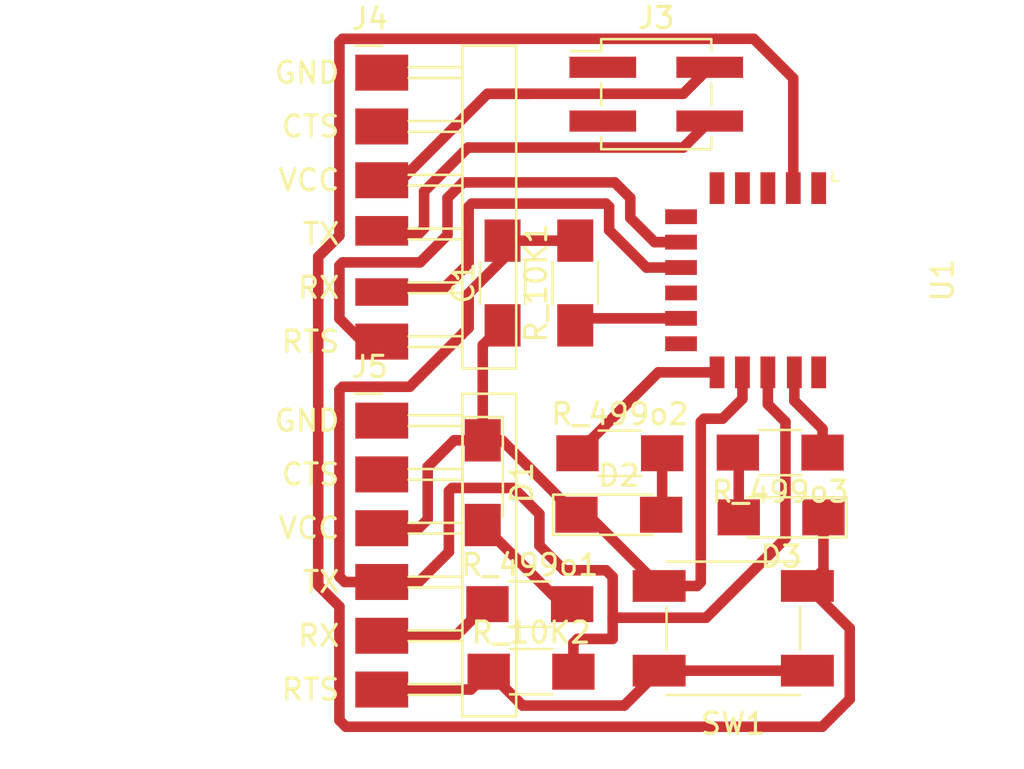
<source format=kicad_pcb>
(kicad_pcb (version 20171130) (host pcbnew "(5.1.12-1-10_14)")

  (general
    (thickness 1.6)
    (drawings 0)
    (tracks 124)
    (zones 0)
    (modules 14)
    (nets 29)
  )

  (page A4)
  (layers
    (0 F.Cu signal)
    (31 B.Cu signal)
    (32 B.Adhes user)
    (33 F.Adhes user)
    (34 B.Paste user)
    (35 F.Paste user)
    (36 B.SilkS user)
    (37 F.SilkS user)
    (38 B.Mask user)
    (39 F.Mask user)
    (40 Dwgs.User user)
    (41 Cmts.User user)
    (42 Eco1.User user)
    (43 Eco2.User user)
    (44 Edge.Cuts user)
    (45 Margin user)
    (46 B.CrtYd user)
    (47 F.CrtYd user)
    (48 B.Fab user)
    (49 F.Fab user)
  )

  (setup
    (last_trace_width 0.5)
    (trace_clearance 0.5)
    (zone_clearance 0.508)
    (zone_45_only no)
    (trace_min 0.2)
    (via_size 0.8)
    (via_drill 0.4)
    (via_min_size 0.4)
    (via_min_drill 0.3)
    (uvia_size 0.3)
    (uvia_drill 0.1)
    (uvias_allowed no)
    (uvia_min_size 0.2)
    (uvia_min_drill 0.1)
    (edge_width 0.05)
    (segment_width 0.2)
    (pcb_text_width 0.3)
    (pcb_text_size 1.5 1.5)
    (mod_edge_width 0.12)
    (mod_text_size 1 1)
    (mod_text_width 0.15)
    (pad_size 2.5 1.4)
    (pad_drill 0)
    (pad_to_mask_clearance 0)
    (aux_axis_origin 0 0)
    (visible_elements FFFFFF7F)
    (pcbplotparams
      (layerselection 0x010fc_ffffffff)
      (usegerberextensions false)
      (usegerberattributes true)
      (usegerberadvancedattributes true)
      (creategerberjobfile true)
      (excludeedgelayer true)
      (linewidth 0.100000)
      (plotframeref false)
      (viasonmask false)
      (mode 1)
      (useauxorigin false)
      (hpglpennumber 1)
      (hpglpenspeed 20)
      (hpglpendiameter 15.000000)
      (psnegative false)
      (psa4output false)
      (plotreference true)
      (plotvalue true)
      (plotinvisibletext false)
      (padsonsilk false)
      (subtractmaskfromsilk false)
      (outputformat 1)
      (mirror false)
      (drillshape 1)
      (scaleselection 1)
      (outputdirectory ""))
  )

  (net 0 "")
  (net 1 "Net-(D1-Pad2)")
  (net 2 GND)
  (net 3 /D09)
  (net 4 /D08)
  (net 5 "Net-(J3-Pad1)")
  (net 6 /D17)
  (net 7 "Net-(J3-Pad3)")
  (net 8 /D16)
  (net 9 /D10)
  (net 10 /D11)
  (net 11 /D18)
  (net 12 /D19)
  (net 13 +3V3)
  (net 14 /A07)
  (net 15 /A06)
  (net 16 "Net-(R_10K1-Pad1)")
  (net 17 "Net-(D2-Pad2)")
  (net 18 "Net-(D3-Pad2)")
  (net 19 "Net-(R_499o2-Pad1)")
  (net 20 "Net-(R_499o3-Pad1)")
  (net 21 "Net-(U1-Pad6)")
  (net 22 "Net-(U1-Pad9)")
  (net 23 "Net-(U1-Pad11)")
  (net 24 "Net-(U1-Pad5)")
  (net 25 "Net-(U1-Pad4)")
  (net 26 "Net-(U1-Pad3)")
  (net 27 "Net-(U1-Pad1)")
  (net 28 "Net-(U1-Pad16)")

  (net_class Default "This is the default net class."
    (clearance 0.5)
    (trace_width 0.5)
    (via_dia 0.8)
    (via_drill 0.4)
    (uvia_dia 0.3)
    (uvia_drill 0.1)
    (add_net +3V3)
    (add_net /A06)
    (add_net /A07)
    (add_net /D08)
    (add_net /D09)
    (add_net /D10)
    (add_net /D11)
    (add_net /D16)
    (add_net /D17)
    (add_net /D18)
    (add_net /D19)
    (add_net GND)
    (add_net "Net-(D1-Pad2)")
    (add_net "Net-(D2-Pad2)")
    (add_net "Net-(D3-Pad2)")
    (add_net "Net-(J3-Pad1)")
    (add_net "Net-(J3-Pad3)")
    (add_net "Net-(R_10K1-Pad1)")
    (add_net "Net-(R_499o2-Pad1)")
    (add_net "Net-(R_499o3-Pad1)")
    (add_net "Net-(U1-Pad1)")
    (add_net "Net-(U1-Pad11)")
    (add_net "Net-(U1-Pad16)")
    (add_net "Net-(U1-Pad3)")
    (add_net "Net-(U1-Pad4)")
    (add_net "Net-(U1-Pad5)")
    (add_net "Net-(U1-Pad6)")
    (add_net "Net-(U1-Pad9)")
  )

  (module fab:PinHeader_FTDI_01x06_P2.54mm_Horizontal_SMD (layer F.Cu) (tedit 619AD19C) (tstamp 61984909)
    (at 164.77488 48.00092)
    (descr https://s3.amazonaws.com/catalogspreads-pdf/PAGE112-113%20.100%20MALE%20HDR.pdf)
    (tags "horizontal pin header SMD 2.54mm")
    (path /61C385F9)
    (attr smd)
    (fp_text reference J4 (at -1.524 -2.54 180) (layer F.SilkS)
      (effects (font (size 1 1) (thickness 0.15)) (justify left))
    )
    (fp_text value Conn_PinHeader_FTDI_1x06_P2.54mm_Horizontal_SMD (at 2.286 15.621) (layer F.Fab)
      (effects (font (size 1 1) (thickness 0.15)))
    )
    (fp_text user %R (at 2.6 6.1 90) (layer F.Fab)
      (effects (font (size 1 1) (thickness 0.15)))
    )
    (fp_text user GND (at -1.905 0) (layer F.SilkS)
      (effects (font (size 1 1) (thickness 0.15)) (justify right))
    )
    (fp_text user CTS (at -1.905 2.54) (layer F.SilkS)
      (effects (font (size 1 1) (thickness 0.15)) (justify right))
    )
    (fp_text user VCC (at -1.905 5.08) (layer F.SilkS)
      (effects (font (size 1 1) (thickness 0.15)) (justify right))
    )
    (fp_text user TX (at -1.905 7.62) (layer F.SilkS)
      (effects (font (size 1 1) (thickness 0.15)) (justify right))
    )
    (fp_text user RX (at -1.905 10.16) (layer F.SilkS)
      (effects (font (size 1 1) (thickness 0.15)) (justify right))
    )
    (fp_text user RTS (at -1.905 12.7) (layer F.SilkS)
      (effects (font (size 1 1) (thickness 0.15)) (justify right))
    )
    (fp_line (start 6.4 -1.8) (end -1.8 -1.8) (layer F.CrtYd) (width 0.05))
    (fp_line (start 6.4 14.5) (end 6.4 -1.8) (layer F.CrtYd) (width 0.05))
    (fp_line (start -1.8 14.5) (end 6.4 14.5) (layer F.CrtYd) (width 0.05))
    (fp_line (start -1.8 -1.8) (end -1.8 14.5) (layer F.CrtYd) (width 0.05))
    (fp_line (start -1.27 -1.27) (end 0 -1.27) (layer F.SilkS) (width 0.12))
    (fp_line (start 3.8 13.97) (end 3.8 -1.27) (layer F.Fab) (width 0.1))
    (fp_line (start 3.8 -1.27) (end 6.34 -1.27) (layer F.Fab) (width 0.1))
    (fp_line (start 3.8 13.97) (end 6.35 13.97) (layer F.Fab) (width 0.1))
    (fp_line (start 6.34 -1.27) (end 6.35 13.97) (layer F.Fab) (width 0.1))
    (fp_line (start 3.81 0) (end -0.635 0) (layer F.Fab) (width 0.1))
    (fp_line (start 3.81 2.54) (end -0.635 2.54) (layer F.Fab) (width 0.1))
    (fp_line (start 3.81 5.08) (end -0.635 5.08) (layer F.Fab) (width 0.1))
    (fp_line (start 3.81 7.62) (end -0.635 7.62) (layer F.Fab) (width 0.1))
    (fp_line (start 3.81 10.16) (end -0.635 10.16) (layer F.Fab) (width 0.1))
    (fp_line (start 3.81 12.7) (end -0.635 12.7) (layer F.Fab) (width 0.1))
    (fp_line (start 3.81 -1.27) (end 6.35 -1.27) (layer F.SilkS) (width 0.12))
    (fp_line (start 6.35 -1.27) (end 6.35 13.97) (layer F.SilkS) (width 0.12))
    (fp_line (start 6.35 13.97) (end 3.81 13.97) (layer F.SilkS) (width 0.12))
    (fp_line (start 3.81 13.97) (end 3.81 -1.27) (layer F.SilkS) (width 0.12))
    (fp_line (start 3.81 -0.254) (end 1.27 -0.254) (layer F.SilkS) (width 0.12))
    (fp_line (start 3.81 0.254) (end 1.27 0.254) (layer F.SilkS) (width 0.12))
    (fp_line (start 3.81 2.286) (end 1.27 2.286) (layer F.SilkS) (width 0.12))
    (fp_line (start 3.81 2.794) (end 1.27 2.794) (layer F.SilkS) (width 0.12))
    (fp_line (start 3.81 4.826) (end 1.27 4.826) (layer F.SilkS) (width 0.12))
    (fp_line (start 3.81 5.334) (end 1.27 5.334) (layer F.SilkS) (width 0.12))
    (fp_line (start 3.81 7.366) (end 1.27 7.366) (layer F.SilkS) (width 0.12))
    (fp_line (start 3.81 7.874) (end 1.27 7.874) (layer F.SilkS) (width 0.12))
    (fp_line (start 3.81 9.906) (end 1.27 9.906) (layer F.SilkS) (width 0.12))
    (fp_line (start 3.81 10.414) (end 1.27 10.414) (layer F.SilkS) (width 0.12))
    (fp_line (start 3.81 12.446) (end 1.27 12.446) (layer F.SilkS) (width 0.12))
    (fp_line (start 3.81 12.954) (end 1.27 12.954) (layer F.SilkS) (width 0.12))
    (fp_line (start -0.635 -0.254) (end -0.635 0.254) (layer F.Fab) (width 0.1))
    (fp_line (start -0.635 2.286) (end -0.635 2.794) (layer F.Fab) (width 0.1))
    (fp_line (start -0.635 4.826) (end -0.635 5.334) (layer F.Fab) (width 0.1))
    (fp_line (start -0.635 7.366) (end -0.635 7.874) (layer F.Fab) (width 0.1))
    (fp_line (start -0.635 9.906) (end -0.635 10.414) (layer F.Fab) (width 0.1))
    (fp_line (start -0.635 12.446) (end -0.635 12.954) (layer F.Fab) (width 0.1))
    (pad 1 smd rect (at 0 0) (size 2.5 1.7) (layers F.Cu F.Paste F.Mask)
      (net 12 /D19))
    (pad 2 smd rect (at 0 2.54) (size 2.5 1.7) (layers F.Cu F.Paste F.Mask)
      (net 11 /D18))
    (pad 3 smd rect (at 0 5.08) (size 2.5 1.7) (layers F.Cu F.Paste F.Mask)
      (net 6 /D17))
    (pad 4 smd rect (at 0 7.62) (size 2.5 1.4) (drill (offset 0 -0.15)) (layers F.Cu F.Paste F.Mask)
      (net 8 /D16))
    (pad 5 smd rect (at 0 10.16) (size 2.5 1.3) (drill (offset 0 0.2)) (layers F.Cu F.Paste F.Mask)
      (net 10 /D11))
    (pad 6 smd rect (at 0 12.7) (size 2.5 1.7) (layers F.Cu F.Paste F.Mask)
      (net 9 /D10))
    (model ${FAB}/fab.3dshapes/Header_SMD_01x06_P2.54mm_Horizontal_Male.step
      (at (xyz 0 0 0))
      (scale (xyz 1 1 1))
      (rotate (xyz 0 0 0))
    )
  )

  (module fab:PinHeader_FTDI_01x06_P2.54mm_Horizontal_SMD (layer F.Cu) (tedit 60851AE4) (tstamp 6198493F)
    (at 164.77488 64.43472)
    (descr https://s3.amazonaws.com/catalogspreads-pdf/PAGE112-113%20.100%20MALE%20HDR.pdf)
    (tags "horizontal pin header SMD 2.54mm")
    (path /61C382E2)
    (attr smd)
    (fp_text reference J5 (at -1.524 -2.54 180) (layer F.SilkS)
      (effects (font (size 1 1) (thickness 0.15)) (justify left))
    )
    (fp_text value Conn_PinHeader_FTDI_1x06_P2.54mm_Horizontal_SMD (at 2.286 15.621) (layer F.Fab)
      (effects (font (size 1 1) (thickness 0.15)))
    )
    (fp_line (start 6.4 -1.8) (end -1.8 -1.8) (layer F.CrtYd) (width 0.05))
    (fp_line (start 6.4 14.5) (end 6.4 -1.8) (layer F.CrtYd) (width 0.05))
    (fp_line (start -1.8 14.5) (end 6.4 14.5) (layer F.CrtYd) (width 0.05))
    (fp_line (start -1.8 -1.8) (end -1.8 14.5) (layer F.CrtYd) (width 0.05))
    (fp_line (start -1.27 -1.27) (end 0 -1.27) (layer F.SilkS) (width 0.12))
    (fp_line (start 3.8 13.97) (end 3.8 -1.27) (layer F.Fab) (width 0.1))
    (fp_line (start 3.8 -1.27) (end 6.34 -1.27) (layer F.Fab) (width 0.1))
    (fp_line (start 3.8 13.97) (end 6.35 13.97) (layer F.Fab) (width 0.1))
    (fp_line (start 6.34 -1.27) (end 6.35 13.97) (layer F.Fab) (width 0.1))
    (fp_line (start 3.81 0) (end -0.635 0) (layer F.Fab) (width 0.1))
    (fp_line (start 3.81 2.54) (end -0.635 2.54) (layer F.Fab) (width 0.1))
    (fp_line (start 3.81 5.08) (end -0.635 5.08) (layer F.Fab) (width 0.1))
    (fp_line (start 3.81 7.62) (end -0.635 7.62) (layer F.Fab) (width 0.1))
    (fp_line (start 3.81 10.16) (end -0.635 10.16) (layer F.Fab) (width 0.1))
    (fp_line (start 3.81 12.7) (end -0.635 12.7) (layer F.Fab) (width 0.1))
    (fp_line (start 3.81 -1.27) (end 6.35 -1.27) (layer F.SilkS) (width 0.12))
    (fp_line (start 6.35 -1.27) (end 6.35 13.97) (layer F.SilkS) (width 0.12))
    (fp_line (start 6.35 13.97) (end 3.81 13.97) (layer F.SilkS) (width 0.12))
    (fp_line (start 3.81 13.97) (end 3.81 -1.27) (layer F.SilkS) (width 0.12))
    (fp_line (start 3.81 -0.254) (end 1.27 -0.254) (layer F.SilkS) (width 0.12))
    (fp_line (start 3.81 0.254) (end 1.27 0.254) (layer F.SilkS) (width 0.12))
    (fp_line (start 3.81 2.286) (end 1.27 2.286) (layer F.SilkS) (width 0.12))
    (fp_line (start 3.81 2.794) (end 1.27 2.794) (layer F.SilkS) (width 0.12))
    (fp_line (start 3.81 4.826) (end 1.27 4.826) (layer F.SilkS) (width 0.12))
    (fp_line (start 3.81 5.334) (end 1.27 5.334) (layer F.SilkS) (width 0.12))
    (fp_line (start 3.81 7.366) (end 1.27 7.366) (layer F.SilkS) (width 0.12))
    (fp_line (start 3.81 7.874) (end 1.27 7.874) (layer F.SilkS) (width 0.12))
    (fp_line (start 3.81 9.906) (end 1.27 9.906) (layer F.SilkS) (width 0.12))
    (fp_line (start 3.81 10.414) (end 1.27 10.414) (layer F.SilkS) (width 0.12))
    (fp_line (start 3.81 12.446) (end 1.27 12.446) (layer F.SilkS) (width 0.12))
    (fp_line (start 3.81 12.954) (end 1.27 12.954) (layer F.SilkS) (width 0.12))
    (fp_line (start -0.635 -0.254) (end -0.635 0.254) (layer F.Fab) (width 0.1))
    (fp_line (start -0.635 2.286) (end -0.635 2.794) (layer F.Fab) (width 0.1))
    (fp_line (start -0.635 4.826) (end -0.635 5.334) (layer F.Fab) (width 0.1))
    (fp_line (start -0.635 7.366) (end -0.635 7.874) (layer F.Fab) (width 0.1))
    (fp_line (start -0.635 9.906) (end -0.635 10.414) (layer F.Fab) (width 0.1))
    (fp_line (start -0.635 12.446) (end -0.635 12.954) (layer F.Fab) (width 0.1))
    (fp_text user %R (at 2.6 6.1 90) (layer F.Fab)
      (effects (font (size 1 1) (thickness 0.15)))
    )
    (fp_text user GND (at -1.905 0) (layer F.SilkS)
      (effects (font (size 1 1) (thickness 0.15)) (justify right))
    )
    (fp_text user CTS (at -1.905 2.54) (layer F.SilkS)
      (effects (font (size 1 1) (thickness 0.15)) (justify right))
    )
    (fp_text user VCC (at -1.905 5.08) (layer F.SilkS)
      (effects (font (size 1 1) (thickness 0.15)) (justify right))
    )
    (fp_text user TX (at -1.905 7.62) (layer F.SilkS)
      (effects (font (size 1 1) (thickness 0.15)) (justify right))
    )
    (fp_text user RX (at -1.905 10.16) (layer F.SilkS)
      (effects (font (size 1 1) (thickness 0.15)) (justify right))
    )
    (fp_text user RTS (at -1.905 12.7) (layer F.SilkS)
      (effects (font (size 1 1) (thickness 0.15)) (justify right))
    )
    (pad 1 smd rect (at 0 0) (size 2.5 1.7) (layers F.Cu F.Paste F.Mask)
      (net 3 /D09))
    (pad 2 smd rect (at 0 2.54) (size 2.5 1.7) (layers F.Cu F.Paste F.Mask)
      (net 4 /D08))
    (pad 3 smd rect (at 0 5.08) (size 2.5 1.7) (layers F.Cu F.Paste F.Mask)
      (net 2 GND))
    (pad 4 smd rect (at 0 7.62) (size 2.5 1.7) (layers F.Cu F.Paste F.Mask)
      (net 13 +3V3))
    (pad 5 smd rect (at 0 10.16) (size 2.5 1.7) (layers F.Cu F.Paste F.Mask)
      (net 14 /A07))
    (pad 6 smd rect (at 0 12.7) (size 2.5 1.7) (layers F.Cu F.Paste F.Mask)
      (net 15 /A06))
    (model ${FAB}/fab.3dshapes/Header_SMD_01x06_P2.54mm_Horizontal_Male.step
      (at (xyz 0 0 0))
      (scale (xyz 1 1 1))
      (rotate (xyz 0 0 0))
    )
  )

  (module fab:C_1206 (layer F.Cu) (tedit 6002C54C) (tstamp 6198486D)
    (at 170.47972 57.93384 90)
    (descr "Capacitor SMD 1206, hand soldering")
    (tags "capacitor 1206")
    (path /61C840AD)
    (attr smd)
    (fp_text reference C1 (at 0 -1.85 90) (layer F.SilkS)
      (effects (font (size 1 1) (thickness 0.15)))
    )
    (fp_text value C (at 0 1.9 90) (layer F.Fab)
      (effects (font (size 1 1) (thickness 0.15)))
    )
    (fp_line (start -1.6 0.8) (end -1.6 -0.8) (layer F.Fab) (width 0.1))
    (fp_line (start 1.6 0.8) (end -1.6 0.8) (layer F.Fab) (width 0.1))
    (fp_line (start 1.6 -0.8) (end 1.6 0.8) (layer F.Fab) (width 0.1))
    (fp_line (start -1.6 -0.8) (end 1.6 -0.8) (layer F.Fab) (width 0.1))
    (fp_line (start 1 1.07) (end -1 1.07) (layer F.SilkS) (width 0.12))
    (fp_line (start -1 -1.07) (end 1 -1.07) (layer F.SilkS) (width 0.12))
    (fp_line (start -3.25 -1.11) (end 3.25 -1.11) (layer F.CrtYd) (width 0.05))
    (fp_line (start -3.25 -1.11) (end -3.25 1.1) (layer F.CrtYd) (width 0.05))
    (fp_line (start 3.25 1.1) (end 3.25 -1.11) (layer F.CrtYd) (width 0.05))
    (fp_line (start 3.25 1.1) (end -3.25 1.1) (layer F.CrtYd) (width 0.05))
    (fp_text user %R (at 0 0 90) (layer F.Fab)
      (effects (font (size 0.7 0.7) (thickness 0.105)))
    )
    (pad 2 smd rect (at 2 0 90) (size 2 1.7) (layers F.Cu F.Paste F.Mask)
      (net 13 +3V3))
    (pad 1 smd rect (at -2 0 90) (size 2 1.7) (layers F.Cu F.Paste F.Mask)
      (net 2 GND))
    (model ${FAB}/fab.3dshapes/C_1206.step
      (at (xyz 0 0 0))
      (scale (xyz 1 1 1))
      (rotate (xyz 0 0 0))
    )
  )

  (module fab:LED_1206 (layer F.Cu) (tedit 595FC724) (tstamp 61985726)
    (at 169.545 67.36436 270)
    (descr "LED SMD 1206, hand soldering")
    (tags "LED 1206")
    (path /61C3EF89)
    (attr smd)
    (fp_text reference D1 (at 0 -1.85 90) (layer F.SilkS)
      (effects (font (size 1 1) (thickness 0.15)))
    )
    (fp_text value LED (at 0 1.9 90) (layer F.Fab)
      (effects (font (size 1 1) (thickness 0.15)))
    )
    (fp_line (start 3.25 1.1) (end -3.25 1.1) (layer F.CrtYd) (width 0.05))
    (fp_line (start 3.25 1.1) (end 3.25 -1.11) (layer F.CrtYd) (width 0.05))
    (fp_line (start -3.25 -1.11) (end -3.25 1.1) (layer F.CrtYd) (width 0.05))
    (fp_line (start -3.25 -1.11) (end 3.25 -1.11) (layer F.CrtYd) (width 0.05))
    (fp_line (start -3.1 -0.95) (end 1.6 -0.95) (layer F.SilkS) (width 0.12))
    (fp_line (start -3.1 0.95) (end 1.6 0.95) (layer F.SilkS) (width 0.12))
    (fp_line (start -1.6 -0.8) (end 1.6 -0.8) (layer F.Fab) (width 0.1))
    (fp_line (start 1.6 -0.8) (end 1.6 0.8) (layer F.Fab) (width 0.1))
    (fp_line (start 1.6 0.8) (end -1.6 0.8) (layer F.Fab) (width 0.1))
    (fp_line (start -1.6 0.8) (end -1.6 -0.8) (layer F.Fab) (width 0.1))
    (fp_line (start -0.45 -0.4) (end -0.45 0.4) (layer F.Fab) (width 0.1))
    (fp_line (start 0.2 0.4) (end -0.4 0) (layer F.Fab) (width 0.1))
    (fp_line (start 0.2 -0.4) (end 0.2 0.4) (layer F.Fab) (width 0.1))
    (fp_line (start -0.4 0) (end 0.2 -0.4) (layer F.Fab) (width 0.1))
    (fp_line (start -3.1 -0.95) (end -3.1 0.95) (layer F.SilkS) (width 0.12))
    (pad 2 smd rect (at 2 0 270) (size 2 1.7) (layers F.Cu F.Paste F.Mask)
      (net 1 "Net-(D1-Pad2)"))
    (pad 1 smd rect (at -2 0 270) (size 2 1.7) (layers F.Cu F.Paste F.Mask)
      (net 2 GND))
    (model ${KISYS3DMOD}/LEDs.3dshapes/LED_1206.wrl
      (at (xyz 0 0 0))
      (scale (xyz 1 1 1))
      (rotate (xyz 0 0 180))
    )
  )

  (module fab:LED_1206 (layer F.Cu) (tedit 595FC724) (tstamp 61984897)
    (at 175.96968 68.87972)
    (descr "LED SMD 1206, hand soldering")
    (tags "LED 1206")
    (path /61C67480)
    (attr smd)
    (fp_text reference D2 (at 0 -1.85) (layer F.SilkS)
      (effects (font (size 1 1) (thickness 0.15)))
    )
    (fp_text value LED (at 0 1.9) (layer F.Fab)
      (effects (font (size 1 1) (thickness 0.15)))
    )
    (fp_line (start -3.1 -0.95) (end -3.1 0.95) (layer F.SilkS) (width 0.12))
    (fp_line (start -0.4 0) (end 0.2 -0.4) (layer F.Fab) (width 0.1))
    (fp_line (start 0.2 -0.4) (end 0.2 0.4) (layer F.Fab) (width 0.1))
    (fp_line (start 0.2 0.4) (end -0.4 0) (layer F.Fab) (width 0.1))
    (fp_line (start -0.45 -0.4) (end -0.45 0.4) (layer F.Fab) (width 0.1))
    (fp_line (start -1.6 0.8) (end -1.6 -0.8) (layer F.Fab) (width 0.1))
    (fp_line (start 1.6 0.8) (end -1.6 0.8) (layer F.Fab) (width 0.1))
    (fp_line (start 1.6 -0.8) (end 1.6 0.8) (layer F.Fab) (width 0.1))
    (fp_line (start -1.6 -0.8) (end 1.6 -0.8) (layer F.Fab) (width 0.1))
    (fp_line (start -3.1 0.95) (end 1.6 0.95) (layer F.SilkS) (width 0.12))
    (fp_line (start -3.1 -0.95) (end 1.6 -0.95) (layer F.SilkS) (width 0.12))
    (fp_line (start -3.25 -1.11) (end 3.25 -1.11) (layer F.CrtYd) (width 0.05))
    (fp_line (start -3.25 -1.11) (end -3.25 1.1) (layer F.CrtYd) (width 0.05))
    (fp_line (start 3.25 1.1) (end 3.25 -1.11) (layer F.CrtYd) (width 0.05))
    (fp_line (start 3.25 1.1) (end -3.25 1.1) (layer F.CrtYd) (width 0.05))
    (pad 1 smd rect (at -2 0) (size 2 1.7) (layers F.Cu F.Paste F.Mask)
      (net 2 GND))
    (pad 2 smd rect (at 2 0) (size 2 1.7) (layers F.Cu F.Paste F.Mask)
      (net 17 "Net-(D2-Pad2)"))
    (model ${KISYS3DMOD}/LEDs.3dshapes/LED_1206.wrl
      (at (xyz 0 0 0))
      (scale (xyz 1 1 1))
      (rotate (xyz 0 0 180))
    )
  )

  (module fab:LED_1206 (layer F.Cu) (tedit 595FC724) (tstamp 619848AC)
    (at 183.6354 69.00164 180)
    (descr "LED SMD 1206, hand soldering")
    (tags "LED 1206")
    (path /61C689DE)
    (attr smd)
    (fp_text reference D3 (at 0 -1.85) (layer F.SilkS)
      (effects (font (size 1 1) (thickness 0.15)))
    )
    (fp_text value LED (at 0 1.9) (layer F.Fab)
      (effects (font (size 1 1) (thickness 0.15)))
    )
    (fp_line (start 3.25 1.1) (end -3.25 1.1) (layer F.CrtYd) (width 0.05))
    (fp_line (start 3.25 1.1) (end 3.25 -1.11) (layer F.CrtYd) (width 0.05))
    (fp_line (start -3.25 -1.11) (end -3.25 1.1) (layer F.CrtYd) (width 0.05))
    (fp_line (start -3.25 -1.11) (end 3.25 -1.11) (layer F.CrtYd) (width 0.05))
    (fp_line (start -3.1 -0.95) (end 1.6 -0.95) (layer F.SilkS) (width 0.12))
    (fp_line (start -3.1 0.95) (end 1.6 0.95) (layer F.SilkS) (width 0.12))
    (fp_line (start -1.6 -0.8) (end 1.6 -0.8) (layer F.Fab) (width 0.1))
    (fp_line (start 1.6 -0.8) (end 1.6 0.8) (layer F.Fab) (width 0.1))
    (fp_line (start 1.6 0.8) (end -1.6 0.8) (layer F.Fab) (width 0.1))
    (fp_line (start -1.6 0.8) (end -1.6 -0.8) (layer F.Fab) (width 0.1))
    (fp_line (start -0.45 -0.4) (end -0.45 0.4) (layer F.Fab) (width 0.1))
    (fp_line (start 0.2 0.4) (end -0.4 0) (layer F.Fab) (width 0.1))
    (fp_line (start 0.2 -0.4) (end 0.2 0.4) (layer F.Fab) (width 0.1))
    (fp_line (start -0.4 0) (end 0.2 -0.4) (layer F.Fab) (width 0.1))
    (fp_line (start -3.1 -0.95) (end -3.1 0.95) (layer F.SilkS) (width 0.12))
    (pad 2 smd rect (at 2 0 180) (size 2 1.7) (layers F.Cu F.Paste F.Mask)
      (net 18 "Net-(D3-Pad2)"))
    (pad 1 smd rect (at -2 0 180) (size 2 1.7) (layers F.Cu F.Paste F.Mask)
      (net 2 GND))
    (model ${KISYS3DMOD}/LEDs.3dshapes/LED_1206.wrl
      (at (xyz 0 0 0))
      (scale (xyz 1 1 1))
      (rotate (xyz 0 0 180))
    )
  )

  (module fab:PinHeader_2x02_P2.54mm_Vertical_SMD (layer F.Cu) (tedit 608517CB) (tstamp 619848D3)
    (at 177.73904 49.01692)
    (descr "surface-mounted straight pin header, 2x02, 2.54mm pitch, double rows")
    (tags "Surface mounted pin header SMD 2x02 2.54mm double row")
    (path /61C3D759)
    (attr smd)
    (fp_text reference J3 (at 0 -3.6) (layer F.SilkS)
      (effects (font (size 1 1) (thickness 0.15)))
    )
    (fp_text value Conn_PinHeader_2x02_P2.54mm_Vertical_SMD (at 0 3.6) (layer F.Fab)
      (effects (font (size 1 1) (thickness 0.15)))
    )
    (fp_line (start 5.9 -3.05) (end -5.9 -3.05) (layer F.CrtYd) (width 0.05))
    (fp_line (start 5.9 3.05) (end 5.9 -3.05) (layer F.CrtYd) (width 0.05))
    (fp_line (start -5.9 3.05) (end 5.9 3.05) (layer F.CrtYd) (width 0.05))
    (fp_line (start -5.9 -3.05) (end -5.9 3.05) (layer F.CrtYd) (width 0.05))
    (fp_line (start 2.6 -0.51) (end 2.6 0.51) (layer F.SilkS) (width 0.12))
    (fp_line (start -2.6 -0.51) (end -2.6 0.51) (layer F.SilkS) (width 0.12))
    (fp_line (start 2.6 2.03) (end 2.6 2.6) (layer F.SilkS) (width 0.12))
    (fp_line (start -2.6 2.03) (end -2.6 2.6) (layer F.SilkS) (width 0.12))
    (fp_line (start 2.6 -2.6) (end 2.6 -2.03) (layer F.SilkS) (width 0.12))
    (fp_line (start -2.6 -2.6) (end -2.6 -2.03) (layer F.SilkS) (width 0.12))
    (fp_line (start -4.04 -2.03) (end -2.6 -2.03) (layer F.SilkS) (width 0.12))
    (fp_line (start -2.6 2.6) (end 2.6 2.6) (layer F.SilkS) (width 0.12))
    (fp_line (start -2.6 -2.6) (end 2.6 -2.6) (layer F.SilkS) (width 0.12))
    (fp_line (start 3.6 1.59) (end 2.54 1.59) (layer F.Fab) (width 0.1))
    (fp_line (start 3.6 0.95) (end 3.6 1.59) (layer F.Fab) (width 0.1))
    (fp_line (start 2.54 0.95) (end 3.6 0.95) (layer F.Fab) (width 0.1))
    (fp_line (start -3.6 1.59) (end -2.54 1.59) (layer F.Fab) (width 0.1))
    (fp_line (start -3.6 0.95) (end -3.6 1.59) (layer F.Fab) (width 0.1))
    (fp_line (start -2.54 0.95) (end -3.6 0.95) (layer F.Fab) (width 0.1))
    (fp_line (start 3.6 -0.95) (end 2.54 -0.95) (layer F.Fab) (width 0.1))
    (fp_line (start 3.6 -1.59) (end 3.6 -0.95) (layer F.Fab) (width 0.1))
    (fp_line (start 2.54 -1.59) (end 3.6 -1.59) (layer F.Fab) (width 0.1))
    (fp_line (start -3.6 -0.95) (end -2.54 -0.95) (layer F.Fab) (width 0.1))
    (fp_line (start -3.6 -1.59) (end -3.6 -0.95) (layer F.Fab) (width 0.1))
    (fp_line (start -2.54 -1.59) (end -3.6 -1.59) (layer F.Fab) (width 0.1))
    (fp_line (start 2.54 -2.54) (end 2.54 2.54) (layer F.Fab) (width 0.1))
    (fp_line (start -2.54 -1.59) (end -1.59 -2.54) (layer F.Fab) (width 0.1))
    (fp_line (start -2.54 2.54) (end -2.54 -1.59) (layer F.Fab) (width 0.1))
    (fp_line (start -1.59 -2.54) (end 2.54 -2.54) (layer F.Fab) (width 0.1))
    (fp_line (start 2.54 2.54) (end -2.54 2.54) (layer F.Fab) (width 0.1))
    (fp_text user %R (at 0 0 90) (layer F.Fab)
      (effects (font (size 1 1) (thickness 0.15)))
    )
    (pad 1 smd rect (at -2.525 -1.27) (size 3.15 1) (layers F.Cu F.Paste F.Mask)
      (net 5 "Net-(J3-Pad1)"))
    (pad 2 smd rect (at 2.525 -1.27) (size 3.15 1) (layers F.Cu F.Paste F.Mask)
      (net 6 /D17))
    (pad 3 smd rect (at -2.525 1.27) (size 3.15 1) (layers F.Cu F.Paste F.Mask)
      (net 7 "Net-(J3-Pad3)"))
    (pad 4 smd rect (at 2.525 1.27) (size 3.15 1) (layers F.Cu F.Paste F.Mask)
      (net 8 /D16))
    (model ${KISYS3DMOD}/Connector_PinHeader_2.54mm.3dshapes/PinHeader_2x02_P2.54mm_Vertical_SMD.wrl
      (at (xyz 0 0 0))
      (scale (xyz 1 1 1))
      (rotate (xyz 0 0 0))
    )
  )

  (module fab:R_1206 (layer F.Cu) (tedit 60020482) (tstamp 619859AA)
    (at 173.9138 57.93384 90)
    (descr "Resistor SMD 1206, hand soldering")
    (tags "resistor 1206")
    (path /61C3B59B)
    (attr smd)
    (fp_text reference R_10K1 (at 0 -1.85 90) (layer F.SilkS)
      (effects (font (size 1 1) (thickness 0.15)))
    )
    (fp_text value R (at 0 1.9 90) (layer F.Fab)
      (effects (font (size 1 1) (thickness 0.15)))
    )
    (fp_line (start -1.6 0.8) (end -1.6 -0.8) (layer F.Fab) (width 0.1))
    (fp_line (start 1.6 0.8) (end -1.6 0.8) (layer F.Fab) (width 0.1))
    (fp_line (start 1.6 -0.8) (end 1.6 0.8) (layer F.Fab) (width 0.1))
    (fp_line (start -1.6 -0.8) (end 1.6 -0.8) (layer F.Fab) (width 0.1))
    (fp_line (start 1 1.07) (end -1 1.07) (layer F.SilkS) (width 0.12))
    (fp_line (start -1 -1.07) (end 1 -1.07) (layer F.SilkS) (width 0.12))
    (fp_line (start -3.25 -1.11) (end 3.25 -1.11) (layer F.CrtYd) (width 0.05))
    (fp_line (start -3.25 -1.11) (end -3.25 1.1) (layer F.CrtYd) (width 0.05))
    (fp_line (start 3.25 1.1) (end 3.25 -1.11) (layer F.CrtYd) (width 0.05))
    (fp_line (start 3.25 1.1) (end -3.25 1.1) (layer F.CrtYd) (width 0.05))
    (fp_text user %R (at 0 0 90) (layer F.Fab)
      (effects (font (size 0.7 0.7) (thickness 0.105)))
    )
    (pad 2 smd rect (at 2 0 90) (size 2 1.7) (layers F.Cu F.Paste F.Mask)
      (net 13 +3V3))
    (pad 1 smd rect (at -2 0 90) (size 2 1.7) (layers F.Cu F.Paste F.Mask)
      (net 16 "Net-(R_10K1-Pad1)"))
    (model ${FAB}/fab.3dshapes/R_1206.step
      (at (xyz 0 0 0))
      (scale (xyz 1 1 1))
      (rotate (xyz 0 0 0))
    )
  )

  (module fab:R_1206 (layer F.Cu) (tedit 60020482) (tstamp 61984961)
    (at 171.82592 76.29144)
    (descr "Resistor SMD 1206, hand soldering")
    (tags "resistor 1206")
    (path /61C42C84)
    (attr smd)
    (fp_text reference R_10K2 (at 0 -1.85) (layer F.SilkS)
      (effects (font (size 1 1) (thickness 0.15)))
    )
    (fp_text value R (at 0 1.9) (layer F.Fab)
      (effects (font (size 1 1) (thickness 0.15)))
    )
    (fp_line (start -1.6 0.8) (end -1.6 -0.8) (layer F.Fab) (width 0.1))
    (fp_line (start 1.6 0.8) (end -1.6 0.8) (layer F.Fab) (width 0.1))
    (fp_line (start 1.6 -0.8) (end 1.6 0.8) (layer F.Fab) (width 0.1))
    (fp_line (start -1.6 -0.8) (end 1.6 -0.8) (layer F.Fab) (width 0.1))
    (fp_line (start 1 1.07) (end -1 1.07) (layer F.SilkS) (width 0.12))
    (fp_line (start -1 -1.07) (end 1 -1.07) (layer F.SilkS) (width 0.12))
    (fp_line (start -3.25 -1.11) (end 3.25 -1.11) (layer F.CrtYd) (width 0.05))
    (fp_line (start -3.25 -1.11) (end -3.25 1.1) (layer F.CrtYd) (width 0.05))
    (fp_line (start 3.25 1.1) (end 3.25 -1.11) (layer F.CrtYd) (width 0.05))
    (fp_line (start 3.25 1.1) (end -3.25 1.1) (layer F.CrtYd) (width 0.05))
    (fp_text user %R (at 0 0) (layer F.Fab)
      (effects (font (size 0.7 0.7) (thickness 0.105)))
    )
    (pad 2 smd rect (at 2 0) (size 2 1.7) (layers F.Cu F.Paste F.Mask)
      (net 13 +3V3))
    (pad 1 smd rect (at -2 0) (size 2 1.7) (layers F.Cu F.Paste F.Mask)
      (net 15 /A06))
    (model ${FAB}/fab.3dshapes/R_1206.step
      (at (xyz 0 0 0))
      (scale (xyz 1 1 1))
      (rotate (xyz 0 0 0))
    )
  )

  (module fab:R_1206 (layer F.Cu) (tedit 60020482) (tstamp 61985918)
    (at 171.76648 73.1012)
    (descr "Resistor SMD 1206, hand soldering")
    (tags "resistor 1206")
    (path /61C3F9AC)
    (attr smd)
    (fp_text reference R_499o1 (at 0 -1.85) (layer F.SilkS)
      (effects (font (size 1 1) (thickness 0.15)))
    )
    (fp_text value R (at 0 1.9) (layer F.Fab)
      (effects (font (size 1 1) (thickness 0.15)))
    )
    (fp_line (start 3.25 1.1) (end -3.25 1.1) (layer F.CrtYd) (width 0.05))
    (fp_line (start 3.25 1.1) (end 3.25 -1.11) (layer F.CrtYd) (width 0.05))
    (fp_line (start -3.25 -1.11) (end -3.25 1.1) (layer F.CrtYd) (width 0.05))
    (fp_line (start -3.25 -1.11) (end 3.25 -1.11) (layer F.CrtYd) (width 0.05))
    (fp_line (start -1 -1.07) (end 1 -1.07) (layer F.SilkS) (width 0.12))
    (fp_line (start 1 1.07) (end -1 1.07) (layer F.SilkS) (width 0.12))
    (fp_line (start -1.6 -0.8) (end 1.6 -0.8) (layer F.Fab) (width 0.1))
    (fp_line (start 1.6 -0.8) (end 1.6 0.8) (layer F.Fab) (width 0.1))
    (fp_line (start 1.6 0.8) (end -1.6 0.8) (layer F.Fab) (width 0.1))
    (fp_line (start -1.6 0.8) (end -1.6 -0.8) (layer F.Fab) (width 0.1))
    (fp_text user %R (at 0 0) (layer F.Fab)
      (effects (font (size 0.7 0.7) (thickness 0.105)))
    )
    (pad 1 smd rect (at -2 0) (size 2 1.7) (layers F.Cu F.Paste F.Mask)
      (net 14 /A07))
    (pad 2 smd rect (at 2 0) (size 2 1.7) (layers F.Cu F.Paste F.Mask)
      (net 1 "Net-(D1-Pad2)"))
    (model ${FAB}/fab.3dshapes/R_1206.step
      (at (xyz 0 0 0))
      (scale (xyz 1 1 1))
      (rotate (xyz 0 0 0))
    )
  )

  (module fab:R_1206 (layer F.Cu) (tedit 60020482) (tstamp 6198610F)
    (at 176.01844 65.97396)
    (descr "Resistor SMD 1206, hand soldering")
    (tags "resistor 1206")
    (path /61C6697A)
    (attr smd)
    (fp_text reference R_499o2 (at 0 -1.85) (layer F.SilkS)
      (effects (font (size 1 1) (thickness 0.15)))
    )
    (fp_text value R (at 0 1.9) (layer F.Fab)
      (effects (font (size 1 1) (thickness 0.15)))
    )
    (fp_line (start 3.25 1.1) (end -3.25 1.1) (layer F.CrtYd) (width 0.05))
    (fp_line (start 3.25 1.1) (end 3.25 -1.11) (layer F.CrtYd) (width 0.05))
    (fp_line (start -3.25 -1.11) (end -3.25 1.1) (layer F.CrtYd) (width 0.05))
    (fp_line (start -3.25 -1.11) (end 3.25 -1.11) (layer F.CrtYd) (width 0.05))
    (fp_line (start -1 -1.07) (end 1 -1.07) (layer F.SilkS) (width 0.12))
    (fp_line (start 1 1.07) (end -1 1.07) (layer F.SilkS) (width 0.12))
    (fp_line (start -1.6 -0.8) (end 1.6 -0.8) (layer F.Fab) (width 0.1))
    (fp_line (start 1.6 -0.8) (end 1.6 0.8) (layer F.Fab) (width 0.1))
    (fp_line (start 1.6 0.8) (end -1.6 0.8) (layer F.Fab) (width 0.1))
    (fp_line (start -1.6 0.8) (end -1.6 -0.8) (layer F.Fab) (width 0.1))
    (fp_text user %R (at 0 0) (layer F.Fab)
      (effects (font (size 0.7 0.7) (thickness 0.105)))
    )
    (pad 1 smd rect (at -2 0) (size 2 1.7) (layers F.Cu F.Paste F.Mask)
      (net 19 "Net-(R_499o2-Pad1)"))
    (pad 2 smd rect (at 2 0) (size 2 1.7) (layers F.Cu F.Paste F.Mask)
      (net 17 "Net-(D2-Pad2)"))
    (model ${FAB}/fab.3dshapes/R_1206.step
      (at (xyz 0 0 0))
      (scale (xyz 1 1 1))
      (rotate (xyz 0 0 0))
    )
  )

  (module fab:R_1206 (layer F.Cu) (tedit 60020482) (tstamp 61984994)
    (at 183.59272 65.94348 180)
    (descr "Resistor SMD 1206, hand soldering")
    (tags "resistor 1206")
    (path /61C68795)
    (attr smd)
    (fp_text reference R_499o3 (at 0 -1.85) (layer F.SilkS)
      (effects (font (size 1 1) (thickness 0.15)))
    )
    (fp_text value R (at 0 1.9) (layer F.Fab)
      (effects (font (size 1 1) (thickness 0.15)))
    )
    (fp_line (start -1.6 0.8) (end -1.6 -0.8) (layer F.Fab) (width 0.1))
    (fp_line (start 1.6 0.8) (end -1.6 0.8) (layer F.Fab) (width 0.1))
    (fp_line (start 1.6 -0.8) (end 1.6 0.8) (layer F.Fab) (width 0.1))
    (fp_line (start -1.6 -0.8) (end 1.6 -0.8) (layer F.Fab) (width 0.1))
    (fp_line (start 1 1.07) (end -1 1.07) (layer F.SilkS) (width 0.12))
    (fp_line (start -1 -1.07) (end 1 -1.07) (layer F.SilkS) (width 0.12))
    (fp_line (start -3.25 -1.11) (end 3.25 -1.11) (layer F.CrtYd) (width 0.05))
    (fp_line (start -3.25 -1.11) (end -3.25 1.1) (layer F.CrtYd) (width 0.05))
    (fp_line (start 3.25 1.1) (end 3.25 -1.11) (layer F.CrtYd) (width 0.05))
    (fp_line (start 3.25 1.1) (end -3.25 1.1) (layer F.CrtYd) (width 0.05))
    (fp_text user %R (at 0 0) (layer F.Fab)
      (effects (font (size 0.7 0.7) (thickness 0.105)))
    )
    (pad 2 smd rect (at 2 0 180) (size 2 1.7) (layers F.Cu F.Paste F.Mask)
      (net 18 "Net-(D3-Pad2)"))
    (pad 1 smd rect (at -2 0 180) (size 2 1.7) (layers F.Cu F.Paste F.Mask)
      (net 20 "Net-(R_499o3-Pad1)"))
    (model ${FAB}/fab.3dshapes/R_1206.step
      (at (xyz 0 0 0))
      (scale (xyz 1 1 1))
      (rotate (xyz 0 0 0))
    )
  )

  (module fab:Button_Omron_B3SN_6x6mm (layer F.Cu) (tedit 5EC65B05) (tstamp 619849AA)
    (at 181.37644 74.24268 180)
    (descr "Surface Mount Tactile Switch for High-Density Packaging")
    (tags "Tactile Switch")
    (path /61C3E864)
    (attr smd)
    (fp_text reference SW1 (at 0 -4.5) (layer F.SilkS)
      (effects (font (size 1 1) (thickness 0.15)))
    )
    (fp_text value BUTTON_B3SN (at 0 4.5) (layer F.Fab)
      (effects (font (size 1 1) (thickness 0.15)))
    )
    (fp_line (start -3 3) (end -3 -3) (layer F.Fab) (width 0.1))
    (fp_line (start 3 3) (end -3 3) (layer F.Fab) (width 0.1))
    (fp_line (start 3 -3) (end 3 3) (layer F.Fab) (width 0.1))
    (fp_line (start -3 -3) (end 3 -3) (layer F.Fab) (width 0.1))
    (fp_circle (center 0 0) (end 1.65 0) (layer F.Fab) (width 0.1))
    (fp_line (start 3.15 -1) (end 3.15 1) (layer F.SilkS) (width 0.12))
    (fp_line (start 3.15 3.15) (end -3.15 3.15) (layer F.SilkS) (width 0.12))
    (fp_line (start -3.15 1) (end -3.15 -1) (layer F.SilkS) (width 0.12))
    (fp_line (start -3.15 -3.15) (end 3.15 -3.15) (layer F.SilkS) (width 0.12))
    (fp_line (start -5 -3.7) (end -5 3.7) (layer F.CrtYd) (width 0.05))
    (fp_line (start 5 -3.7) (end -5 -3.7) (layer F.CrtYd) (width 0.05))
    (fp_line (start 5 3.7) (end 5 -3.7) (layer F.CrtYd) (width 0.05))
    (fp_line (start -5 3.7) (end 5 3.7) (layer F.CrtYd) (width 0.05))
    (fp_text user %R (at 0 -4.5) (layer F.Fab)
      (effects (font (size 1 1) (thickness 0.15)))
    )
    (pad 2 smd rect (at 3.5 2 180) (size 2.5 1.5) (layers F.Cu F.Paste F.Mask)
      (net 2 GND))
    (pad 2 smd rect (at -3.5 2 180) (size 2.5 1.5) (layers F.Cu F.Paste F.Mask)
      (net 2 GND))
    (pad 1 smd rect (at 3.5 -2 180) (size 2.5 1.5) (layers F.Cu F.Paste F.Mask)
      (net 15 /A06))
    (pad 1 smd rect (at -3.5 -2 180) (size 2.5 1.5) (layers F.Cu F.Paste F.Mask)
      (net 15 /A06))
    (model ${KISYS3DMOD}/Buttons_Switches_SMD.3dshapes/SW_SPST_B3S-1000.wrl
      (at (xyz 0 0 0))
      (scale (xyz 1 1 1))
      (rotate (xyz 0 0 0))
    )
  )

  (module fab:Microchip_RN4871 (layer F.Cu) (tedit 5A0FEF3D) (tstamp 619849F2)
    (at 181.95984 57.8038 270)
    (descr "Microchip RN4871 footprint")
    (tags "RN4871 BLE")
    (path /61C3760E)
    (attr smd)
    (fp_text reference U1 (at 0 -9.3 90) (layer F.SilkS)
      (effects (font (size 1 1) (thickness 0.15)))
    )
    (fp_text value Radio_Microchip_RN4871 (at 0 4.8 90) (layer F.Fab)
      (effects (font (size 1 1) (thickness 0.15)))
    )
    (fp_line (start -4.5 -8.25) (end -4.5 3.25) (layer F.Fab) (width 0.1))
    (fp_line (start 4.5 -8.25) (end -4.5 -8.25) (layer Dwgs.User) (width 0.1))
    (fp_line (start 4.5 3.25) (end 4.5 -8.25) (layer F.Fab) (width 0.1))
    (fp_line (start -4.5 3.25) (end 4.5 3.25) (layer F.Fab) (width 0.1))
    (fp_line (start -4.5 -4.25) (end 4.5 -4.25) (layer Dwgs.User) (width 0.1))
    (fp_line (start -1.6 -0.75) (end -1.6 -4.25) (layer Dwgs.User) (width 0.1))
    (fp_line (start -3.5 -0.75) (end -1.6 -0.75) (layer Dwgs.User) (width 0.1))
    (fp_line (start -3.5 -4.25) (end -3.5 -0.75) (layer Dwgs.User) (width 0.1))
    (fp_line (start -0.2 -3.75) (end -0.2 1.7) (layer Dwgs.User) (width 0.1))
    (fp_line (start 3.5 -3.75) (end -0.2 -3.75) (layer Dwgs.User) (width 0.1))
    (fp_line (start 3.5 1.7) (end 3.5 -3.75) (layer Dwgs.User) (width 0.1))
    (fp_line (start -0.2 1.7) (end 3.5 1.7) (layer Dwgs.User) (width 0.1))
    (fp_line (start -5.38 4.08) (end 5.36 4.08) (layer F.CrtYd) (width 0.05))
    (fp_line (start 5.38 -8.61) (end -5.38 -8.61) (layer F.CrtYd) (width 0.05))
    (fp_line (start -5.38 4.08) (end -5.38 -8.61) (layer F.CrtYd) (width 0.05))
    (fp_line (start -4.7 -4.1) (end -4.7 -4.4) (layer F.SilkS) (width 0.1))
    (fp_line (start -5.1 -4.1) (end -4.7 -4.1) (layer F.SilkS) (width 0.1))
    (fp_line (start -3.5 -4.25) (end -1.6 -4.25) (layer Dwgs.User) (width 0.1))
    (fp_line (start -4.5 -4.25) (end -4.5 -8.25) (layer Dwgs.User) (width 0.1))
    (fp_line (start 4.5 -4.25) (end 4.5 -8.25) (layer Dwgs.User) (width 0.1))
    (fp_line (start -4.5 -7.5) (end -3.75 -8.25) (layer Dwgs.User) (width 0.05))
    (fp_line (start -4.5 -6.5) (end -2.75 -8.25) (layer Dwgs.User) (width 0.05))
    (fp_line (start -4.5 -5.5) (end -1.75 -8.25) (layer Dwgs.User) (width 0.05))
    (fp_line (start -4.5 -4.5) (end -0.75 -8.25) (layer Dwgs.User) (width 0.05))
    (fp_line (start 0.25 -8.25) (end -3.75 -4.25) (layer Dwgs.User) (width 0.05))
    (fp_line (start -2.75 -4.25) (end 1.25 -8.25) (layer Dwgs.User) (width 0.05))
    (fp_line (start -1.75 -4.25) (end 2.25 -8.25) (layer Dwgs.User) (width 0.05))
    (fp_line (start -0.75 -4.25) (end 3.25 -8.25) (layer Dwgs.User) (width 0.05))
    (fp_line (start 0.25 -4.25) (end 4.25 -8.25) (layer Dwgs.User) (width 0.05))
    (fp_line (start 1.25 -4.25) (end 4.5 -7.5) (layer Dwgs.User) (width 0.05))
    (fp_line (start 2.25 -4.25) (end 4.5 -6.5) (layer Dwgs.User) (width 0.05))
    (fp_line (start 3.25 -4.25) (end 4.5 -5.5) (layer Dwgs.User) (width 0.05))
    (fp_line (start -2.75 -4.25) (end -3.5 -3.5) (layer Dwgs.User) (width 0.05))
    (fp_line (start -1.75 -4.25) (end -3.5 -2.5) (layer Dwgs.User) (width 0.05))
    (fp_line (start -3.5 -1.5) (end -1.6 -3.375) (layer Dwgs.User) (width 0.05))
    (fp_line (start -3.25 -0.75) (end -1.6 -2.375) (layer Dwgs.User) (width 0.05))
    (fp_line (start -2.25 -0.75) (end -1.6 -1.375) (layer Dwgs.User) (width 0.05))
    (fp_line (start 0.75 -3.75) (end -0.2 -2.8) (layer Dwgs.User) (width 0.05))
    (fp_line (start 1.75 -3.75) (end -0.2 -1.8) (layer Dwgs.User) (width 0.05))
    (fp_line (start 2.75 -3.75) (end -0.2 -0.8) (layer Dwgs.User) (width 0.05))
    (fp_line (start 3.5 -3.5) (end -0.2 0.2) (layer Dwgs.User) (width 0.05))
    (fp_line (start 3.5 -2.5) (end -0.2 1.2) (layer Dwgs.User) (width 0.05))
    (fp_line (start 0.3 1.7) (end 3.5 -1.5) (layer Dwgs.User) (width 0.05))
    (fp_line (start 1.3 1.7) (end 3.5 -0.5) (layer Dwgs.User) (width 0.05))
    (fp_line (start 2.3 1.7) (end 3.5 0.5) (layer Dwgs.User) (width 0.05))
    (fp_line (start 5.36 4.08) (end 5.36 -8.61) (layer F.CrtYd) (width 0.05))
    (fp_text user "On any layer" (at 0 -5.7 90) (layer Cmts.User)
      (effects (font (size 0.25 0.25) (thickness 0.05)))
    )
    (fp_text user "No Metal, No Traces, Components" (at 0 -6.2 90) (layer Cmts.User)
      (effects (font (size 0.25 0.25) (thickness 0.05)))
    )
    (fp_text user "KEEP-OUT ZONE" (at 1.825 -0.825) (layer Cmts.User)
      (effects (font (size 0.25 0.25) (thickness 0.05)))
    )
    (fp_text user "KEEP-OUT ZONE" (at -2.575 -2.5) (layer Cmts.User)
      (effects (font (size 0.25 0.25) (thickness 0.05)))
    )
    (fp_text user "KEEP-OUT ZONE" (at 0 -7.3 90) (layer Cmts.User)
      (effects (font (size 0.5 0.5) (thickness 0.1)))
    )
    (fp_text user %R (at 0 -2.5 90) (layer F.Fab)
      (effects (font (size 1 1) (thickness 0.1)))
    )
    (pad 6 smd rect (at -3 3.05 270) (size 0.7 1.5) (layers F.Cu F.Paste F.Mask)
      (net 21 "Net-(U1-Pad6)"))
    (pad 7 smd rect (at -1.8 3.05 270) (size 0.7 1.5) (layers F.Cu F.Paste F.Mask)
      (net 9 /D10))
    (pad 8 smd rect (at -0.6 3.05 270) (size 0.7 1.5) (layers F.Cu F.Paste F.Mask)
      (net 10 /D11))
    (pad 9 smd rect (at 0.6 3.05 270) (size 0.7 1.5) (layers F.Cu F.Paste F.Mask)
      (net 22 "Net-(U1-Pad9)"))
    (pad 10 smd rect (at 1.8 3.05 270) (size 0.7 1.5) (layers F.Cu F.Paste F.Mask)
      (net 16 "Net-(R_10K1-Pad1)"))
    (pad 11 smd rect (at 3 3.05 270) (size 0.7 1.5) (layers F.Cu F.Paste F.Mask)
      (net 23 "Net-(U1-Pad11)"))
    (pad 5 smd rect (at -4.35 1.35) (size 0.7 1.5) (layers F.Cu F.Paste F.Mask)
      (net 24 "Net-(U1-Pad5)"))
    (pad 4 smd rect (at -4.35 0.15) (size 0.7 1.5) (layers F.Cu F.Paste F.Mask)
      (net 25 "Net-(U1-Pad4)"))
    (pad 3 smd rect (at -4.35 -1.05) (size 0.7 1.5) (layers F.Cu F.Paste F.Mask)
      (net 26 "Net-(U1-Pad3)"))
    (pad 2 smd rect (at -4.35 -2.25) (size 0.7 1.5) (layers F.Cu F.Paste F.Mask)
      (net 2 GND))
    (pad 1 smd rect (at -4.35 -3.45) (size 0.7 1.5) (layers F.Cu F.Paste F.Mask)
      (net 27 "Net-(U1-Pad1)"))
    (pad 12 smd rect (at 4.35 1.35) (size 0.7 1.5) (layers F.Cu F.Paste F.Mask)
      (net 19 "Net-(R_499o2-Pad1)"))
    (pad 13 smd rect (at 4.35 0.15) (size 0.7 1.5) (layers F.Cu F.Paste F.Mask)
      (net 2 GND))
    (pad 14 smd rect (at 4.35 -1.05) (size 0.7 1.5) (layers F.Cu F.Paste F.Mask)
      (net 13 +3V3))
    (pad 15 smd rect (at 4.35 -2.3) (size 0.7 1.5) (layers F.Cu F.Paste F.Mask)
      (net 20 "Net-(R_499o3-Pad1)"))
    (pad 16 smd rect (at 4.35 -3.45) (size 0.7 1.5) (layers F.Cu F.Paste F.Mask)
      (net 28 "Net-(U1-Pad16)"))
    (model ${KISYS3DMOD}/RF_Module.3dshapes/Microchip_RN4871.wrl
      (at (xyz 0 0 0))
      (scale (xyz 1 1 1))
      (rotate (xyz 0 0 0))
    )
  )

  (segment (start 173.28184 73.1012) (end 173.76648 73.1012) (width 0.5) (layer F.Cu) (net 1))
  (segment (start 169.545 69.36436) (end 173.28184 73.1012) (width 0.5) (layer F.Cu) (net 1))
  (segment (start 169.545 60.86856) (end 170.47972 59.93384) (width 0.5) (layer F.Cu) (net 2))
  (segment (start 169.545 65.36436) (end 169.545 60.86856) (width 0.5) (layer F.Cu) (net 2))
  (segment (start 179.842719 72.064321) (end 179.66436 72.24268) (width 0.5) (layer F.Cu) (net 2))
  (segment (start 180.870163 64.343479) (end 179.992719 64.343479) (width 0.5) (layer F.Cu) (net 2))
  (segment (start 181.80984 63.403802) (end 180.870163 64.343479) (width 0.5) (layer F.Cu) (net 2))
  (segment (start 179.842719 64.493479) (end 179.842719 72.064321) (width 0.5) (layer F.Cu) (net 2))
  (segment (start 181.80984 62.1538) (end 181.80984 63.403802) (width 0.5) (layer F.Cu) (net 2))
  (segment (start 179.992719 64.343479) (end 179.842719 64.493479) (width 0.5) (layer F.Cu) (net 2))
  (segment (start 177.87644 72.24268) (end 179.66436 72.24268) (width 0.5) (layer F.Cu) (net 2))
  (segment (start 170.45432 65.36436) (end 173.96968 68.87972) (width 0.5) (layer F.Cu) (net 2))
  (segment (start 169.545 65.36436) (end 170.45432 65.36436) (width 0.5) (layer F.Cu) (net 2))
  (segment (start 174.51348 68.87972) (end 177.87644 72.24268) (width 0.5) (layer F.Cu) (net 2))
  (segment (start 173.96968 68.87972) (end 174.51348 68.87972) (width 0.5) (layer F.Cu) (net 2))
  (segment (start 185.6354 71.48372) (end 184.87644 72.24268) (width 0.5) (layer F.Cu) (net 2))
  (segment (start 185.6354 69.00164) (end 185.6354 71.48372) (width 0.5) (layer F.Cu) (net 2))
  (segment (start 166.944988 66.614372) (end 168.195 65.36436) (width 0.5) (layer F.Cu) (net 2))
  (segment (start 166.944988 69.094612) (end 166.944988 66.614372) (width 0.5) (layer F.Cu) (net 2))
  (segment (start 166.52488 69.51472) (end 166.944988 69.094612) (width 0.5) (layer F.Cu) (net 2))
  (segment (start 168.195 65.36436) (end 169.545 65.36436) (width 0.5) (layer F.Cu) (net 2))
  (segment (start 164.77488 69.51472) (end 166.52488 69.51472) (width 0.5) (layer F.Cu) (net 2))
  (segment (start 162.774879 46.550919) (end 162.774879 55.69669) (width 0.5) (layer F.Cu) (net 2))
  (segment (start 162.774879 73.214479) (end 162.774879 78.584721) (width 0.5) (layer F.Cu) (net 2))
  (segment (start 163.08161 78.891452) (end 185.57767 78.891452) (width 0.5) (layer F.Cu) (net 2))
  (segment (start 161.774868 56.696701) (end 161.774868 72.214468) (width 0.5) (layer F.Cu) (net 2))
  (segment (start 184.20984 48.267718) (end 182.343041 46.400919) (width 0.5) (layer F.Cu) (net 2))
  (segment (start 184.20984 53.4538) (end 184.20984 48.267718) (width 0.5) (layer F.Cu) (net 2))
  (segment (start 182.343041 46.400919) (end 162.924879 46.400919) (width 0.5) (layer F.Cu) (net 2))
  (segment (start 162.924879 46.400919) (end 162.774879 46.550919) (width 0.5) (layer F.Cu) (net 2))
  (segment (start 162.774879 55.69669) (end 161.774868 56.696701) (width 0.5) (layer F.Cu) (net 2))
  (segment (start 186.876441 74.242681) (end 184.87644 72.24268) (width 0.5) (layer F.Cu) (net 2))
  (segment (start 161.774868 72.214468) (end 162.774879 73.214479) (width 0.5) (layer F.Cu) (net 2))
  (segment (start 162.774879 78.584721) (end 163.08161 78.891452) (width 0.5) (layer F.Cu) (net 2))
  (segment (start 185.57767 78.891452) (end 186.876441 77.592681) (width 0.5) (layer F.Cu) (net 2))
  (segment (start 186.876441 77.592681) (end 186.876441 74.242681) (width 0.5) (layer F.Cu) (net 2))
  (segment (start 179.014039 48.996921) (end 180.26404 47.74692) (width 0.5) (layer F.Cu) (net 6))
  (segment (start 169.768881 48.996921) (end 171.790039 48.996921) (width 0.5) (layer F.Cu) (net 6))
  (segment (start 164.77488 53.08092) (end 165.684882 53.08092) (width 0.5) (layer F.Cu) (net 6))
  (segment (start 171.790039 48.996921) (end 179.014039 48.996921) (width 0.5) (layer F.Cu) (net 6))
  (segment (start 165.684882 53.08092) (end 169.768881 48.996921) (width 0.5) (layer F.Cu) (net 6))
  (segment (start 169.97395 48.996921) (end 171.790039 48.996921) (width 0.5) (layer F.Cu) (net 6))
  (segment (start 166.510654 55.62092) (end 166.774881 55.356693) (width 0.5) (layer F.Cu) (net 8))
  (segment (start 179.014039 51.536921) (end 180.26404 50.28692) (width 0.5) (layer F.Cu) (net 8))
  (segment (start 166.774881 53.610219) (end 168.848179 51.536921) (width 0.5) (layer F.Cu) (net 8))
  (segment (start 166.774881 55.356693) (end 166.774881 53.610219) (width 0.5) (layer F.Cu) (net 8))
  (segment (start 168.848179 51.536921) (end 179.014039 51.536921) (width 0.5) (layer F.Cu) (net 8))
  (segment (start 164.77488 55.62092) (end 166.510654 55.62092) (width 0.5) (layer F.Cu) (net 8))
  (segment (start 178.5238 56.0038) (end 178.90984 56.0038) (width 0.5) (layer F.Cu) (net 9))
  (segment (start 163.864878 60.70092) (end 164.77488 60.70092) (width 0.5) (layer F.Cu) (net 9))
  (segment (start 162.774879 59.610921) (end 163.864878 60.70092) (width 0.5) (layer F.Cu) (net 9))
  (segment (start 162.774879 57.110919) (end 162.774879 59.610921) (width 0.5) (layer F.Cu) (net 9))
  (segment (start 162.924879 56.960919) (end 162.774879 57.110919) (width 0.5) (layer F.Cu) (net 9))
  (segment (start 166.584883 56.960919) (end 162.924879 56.960919) (width 0.5) (layer F.Cu) (net 9))
  (segment (start 176.513812 54.857772) (end 176.513812 53.919621) (width 0.5) (layer F.Cu) (net 9))
  (segment (start 168.615501 53.183828) (end 167.879708 53.919621) (width 0.5) (layer F.Cu) (net 9))
  (segment (start 175.778019 53.183828) (end 168.615501 53.183828) (width 0.5) (layer F.Cu) (net 9))
  (segment (start 177.65984 56.0038) (end 176.513812 54.857772) (width 0.5) (layer F.Cu) (net 9))
  (segment (start 167.879708 55.666094) (end 166.584883 56.960919) (width 0.5) (layer F.Cu) (net 9))
  (segment (start 167.879708 53.919621) (end 167.879708 55.666094) (width 0.5) (layer F.Cu) (net 9))
  (segment (start 176.513812 53.919621) (end 175.778019 53.183828) (width 0.5) (layer F.Cu) (net 9))
  (segment (start 178.90984 56.0038) (end 177.65984 56.0038) (width 0.5) (layer F.Cu) (net 9))
  (segment (start 177.27468 57.2038) (end 178.90984 57.2038) (width 0.5) (layer F.Cu) (net 10))
  (segment (start 175.513801 55.442921) (end 177.27468 57.2038) (width 0.5) (layer F.Cu) (net 10))
  (segment (start 175.363801 54.183839) (end 175.513801 54.333841) (width 0.5) (layer F.Cu) (net 10))
  (segment (start 169.029719 54.183839) (end 175.363801 54.183839) (width 0.5) (layer F.Cu) (net 10))
  (segment (start 175.513801 54.333841) (end 175.513801 55.442921) (width 0.5) (layer F.Cu) (net 10))
  (segment (start 168.879719 54.333839) (end 169.029719 54.183839) (width 0.5) (layer F.Cu) (net 10))
  (segment (start 168.879719 57.010281) (end 168.879719 54.333839) (width 0.5) (layer F.Cu) (net 10))
  (segment (start 164.77488 58.16092) (end 167.72908 58.16092) (width 0.5) (layer F.Cu) (net 10))
  (segment (start 167.72908 58.16092) (end 168.879719 57.010281) (width 0.5) (layer F.Cu) (net 10))
  (segment (start 173.9138 55.93384) (end 170.47972 55.93384) (width 0.5) (layer F.Cu) (net 13))
  (segment (start 173.82592 74.94144) (end 174.024681 74.742679) (width 0.5) (layer F.Cu) (net 13))
  (segment (start 173.82592 76.29144) (end 173.82592 74.94144) (width 0.5) (layer F.Cu) (net 13))
  (segment (start 183.842719 64.493479) (end 183.00984 63.6606) (width 0.5) (layer F.Cu) (net 13))
  (segment (start 183.00984 63.6606) (end 183.00984 62.1538) (width 0.5) (layer F.Cu) (net 13))
  (segment (start 174.024681 74.742679) (end 175.681001 74.742679) (width 0.5) (layer F.Cu) (net 13))
  (segment (start 170.47972 56.459802) (end 170.47972 55.93384) (width 0.5) (layer F.Cu) (net 13))
  (segment (start 176.024399 73.740641) (end 175.681001 73.740641) (width 0.5) (layer F.Cu) (net 13))
  (segment (start 176.026439 73.742681) (end 176.024399 73.740641) (width 0.5) (layer F.Cu) (net 13))
  (segment (start 183.842719 64.493479) (end 183.842719 69.994323) (width 0.5) (layer F.Cu) (net 13))
  (segment (start 175.681001 73.740641) (end 175.681001 74.742679) (width 0.5) (layer F.Cu) (net 13))
  (segment (start 175.681001 71.815719) (end 175.681001 73.740641) (width 0.5) (layer F.Cu) (net 13))
  (segment (start 175.366481 71.501199) (end 175.681001 71.815719) (width 0.5) (layer F.Cu) (net 13))
  (segment (start 172.219679 70.329721) (end 173.391157 71.501199) (width 0.5) (layer F.Cu) (net 13))
  (segment (start 172.219679 68.839037) (end 172.219679 70.329721) (width 0.5) (layer F.Cu) (net 13))
  (segment (start 167.944999 67.764359) (end 168.094999 67.614359) (width 0.5) (layer F.Cu) (net 13))
  (segment (start 168.094999 67.614359) (end 170.995001 67.614359) (width 0.5) (layer F.Cu) (net 13))
  (segment (start 167.944999 70.634601) (end 167.944999 67.764359) (width 0.5) (layer F.Cu) (net 13))
  (segment (start 170.995001 67.614359) (end 172.219679 68.839037) (width 0.5) (layer F.Cu) (net 13))
  (segment (start 166.52488 72.05472) (end 167.944999 70.634601) (width 0.5) (layer F.Cu) (net 13))
  (segment (start 173.391157 71.501199) (end 175.366481 71.501199) (width 0.5) (layer F.Cu) (net 13))
  (segment (start 164.77488 72.05472) (end 166.52488 72.05472) (width 0.5) (layer F.Cu) (net 13))
  (segment (start 180.094361 73.742681) (end 183.842719 69.994323) (width 0.5) (layer F.Cu) (net 13))
  (segment (start 176.026439 73.742681) (end 180.094361 73.742681) (width 0.5) (layer F.Cu) (net 13))
  (segment (start 168.879719 58.424509) (end 168.879719 60.046083) (width 0.5) (layer F.Cu) (net 13))
  (segment (start 170.47972 55.93384) (end 170.47972 56.824508) (width 0.5) (layer F.Cu) (net 13))
  (segment (start 168.879719 60.046083) (end 166.091083 62.834719) (width 0.5) (layer F.Cu) (net 13))
  (segment (start 162.774879 62.984719) (end 162.774879 71.800251) (width 0.5) (layer F.Cu) (net 13))
  (segment (start 162.774879 71.800251) (end 163.029348 72.05472) (width 0.5) (layer F.Cu) (net 13))
  (segment (start 170.47972 56.824508) (end 168.879719 58.424509) (width 0.5) (layer F.Cu) (net 13))
  (segment (start 166.091083 62.834719) (end 162.924879 62.834719) (width 0.5) (layer F.Cu) (net 13))
  (segment (start 162.924879 62.834719) (end 162.774879 62.984719) (width 0.5) (layer F.Cu) (net 13))
  (segment (start 163.029348 72.05472) (end 164.77488 72.05472) (width 0.5) (layer F.Cu) (net 13))
  (segment (start 168.47616 74.39152) (end 169.76648 73.1012) (width 0.5) (layer F.Cu) (net 14))
  (segment (start 168.27296 74.59472) (end 169.76648 73.1012) (width 0.5) (layer F.Cu) (net 14))
  (segment (start 164.77488 74.59472) (end 168.27296 74.59472) (width 0.5) (layer F.Cu) (net 14))
  (segment (start 177.87644 76.24268) (end 184.87644 76.24268) (width 0.5) (layer F.Cu) (net 15))
  (segment (start 176.227679 77.891441) (end 177.87644 76.24268) (width 0.5) (layer F.Cu) (net 15))
  (segment (start 171.425921 77.891441) (end 176.227679 77.891441) (width 0.5) (layer F.Cu) (net 15))
  (segment (start 169.82592 76.29144) (end 171.425921 77.891441) (width 0.5) (layer F.Cu) (net 15))
  (segment (start 168.98264 77.13472) (end 169.82592 76.29144) (width 0.5) (layer F.Cu) (net 15))
  (segment (start 164.77488 77.13472) (end 168.98264 77.13472) (width 0.5) (layer F.Cu) (net 15))
  (segment (start 174.24384 59.6038) (end 178.90984 59.6038) (width 0.5) (layer F.Cu) (net 16))
  (segment (start 173.9138 59.93384) (end 174.24384 59.6038) (width 0.5) (layer F.Cu) (net 16))
  (segment (start 178.01844 68.83096) (end 177.96968 68.87972) (width 0.5) (layer F.Cu) (net 17))
  (segment (start 178.01844 65.97396) (end 178.01844 68.83096) (width 0.5) (layer F.Cu) (net 17))
  (segment (start 181.6354 65.98616) (end 181.59272 65.94348) (width 0.5) (layer F.Cu) (net 18))
  (segment (start 181.6354 69.00164) (end 181.6354 65.98616) (width 0.5) (layer F.Cu) (net 18))
  (segment (start 177.8386 62.1538) (end 174.01844 65.97396) (width 0.5) (layer F.Cu) (net 19))
  (segment (start 180.60984 62.1538) (end 177.8386 62.1538) (width 0.5) (layer F.Cu) (net 19))
  (segment (start 184.25984 62.1538) (end 184.25984 63.496371) (width 0.5) (layer F.Cu) (net 20))
  (segment (start 184.25984 63.496371) (end 185.59272 64.829251) (width 0.5) (layer F.Cu) (net 20))
  (segment (start 185.59272 64.829251) (end 185.59272 65.94348) (width 0.5) (layer F.Cu) (net 20))

)

</source>
